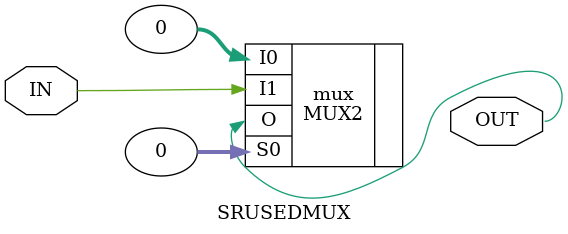
<source format=v>
`include "../../../../../vpr/muxes/logic/mux2/sim.v"

module SRUSEDMUX(IN, OUT);
	input wire IN;

	parameter S = 0;
	output wire OUT;

	MUX2 mux (
		.I0(0),
		.I1(IN),
		.S0(S),
		.O(OUT)
	);
endmodule

</source>
